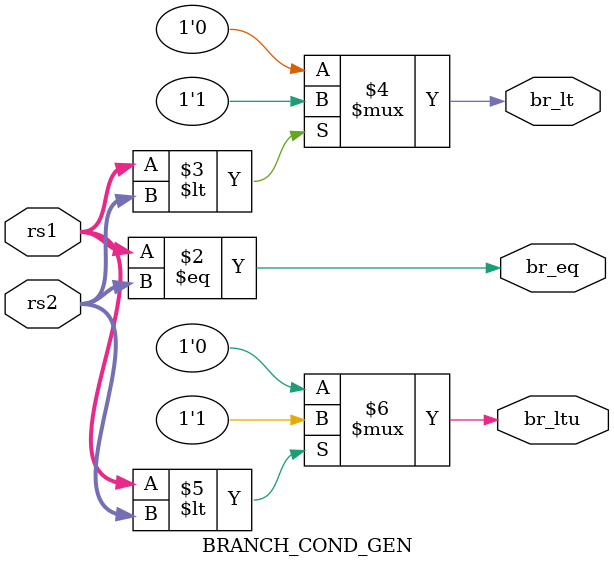
<source format=v>
`timescale 1ns / 1ps


module BRANCH_COND_GEN(
    input wire [31:0] rs1,
    input wire [31:0] rs2, 
    output reg br_eq, 
    output reg br_lt, 
    output reg br_ltu );
   
    always @(*) begin
    // equal
    br_eq = (rs1 == rs2);
    
    // less than signed
    br_lt = ($signed(rs1) < $signed(rs2)) ? 1'b1 : 1'b0;
    
    // less than unsigned
    br_ltu = (rs1 < rs2) ? 1'b1 : 1'b0;
end

endmodule
</source>
